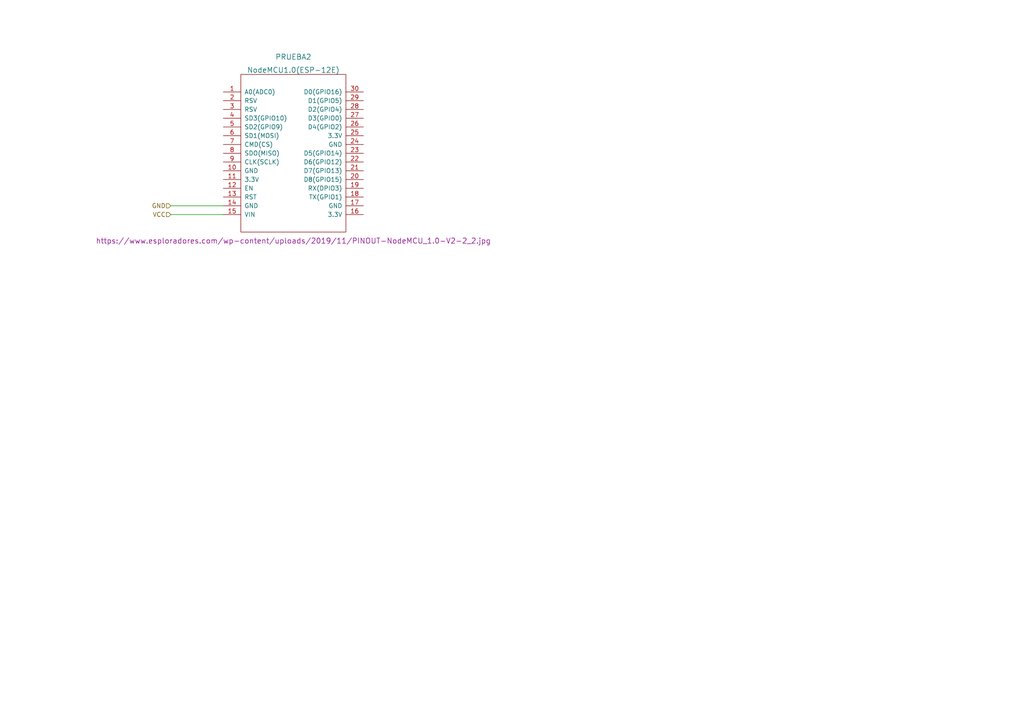
<source format=kicad_sch>
(kicad_sch (version 20211123) (generator eeschema)
  (paper "A4")
  (title_block (title "Testing de esquematicos") (date "2022-11-26") (rev "0.0.1") (company "Proyecto la Caja"))
  (lib_symbols
    (symbol "ESP8266:NodeMCU1.0(ESP-12E)" (pin_names (offset 1.016))
      (property "Reference" "U" (at 0 21.59 0))
      (property "Value" "NodeMCU1.0(ESP-12E)" (at 0 -21.59 0))
      (symbol "NodeMCU1.0(ESP-12E)_0_1"
        (rectangle (start -15.24 -22.86) (end 15.24 22.86))
      )
      (symbol "NodeMCU1.0(ESP-12E)_1_1"
        (pin input line (at -20.32 17.78 0) (length 5.08) (name "A0(ADC0)") (number "1"))
        (pin input line (at -20.32 -5.08 0) (length 5.08) (name "GND") (number "10"))
        (pin input line (at -20.32 -7.62 0) (length 5.08) (name "3.3V") (number "11"))
        (pin input line (at -20.32 -10.16 0) (length 5.08) (name "EN") (number "12"))
        (pin input line (at -20.32 -12.7 0) (length 5.08) (name "RST") (number "13"))
        (pin input line (at -20.32 -15.24 0) (length 5.08) (name "GND") (number "14"))
        (pin input line (at -20.32 -17.78 0) (length 5.08) (name "VIN") (number "15"))
        (pin input line (at 20.32 -17.78 180) (length 5.08) (name "3.3V") (number "16"))
        (pin input line (at 20.32 -15.24 180) (length 5.08) (name "GND") (number "17"))
        (pin input line (at 20.32 -12.7 180) (length 5.08) (name "TX(GPIO1)") (number "18"))
        (pin input line (at 20.32 -10.16 180) (length 5.08) (name "RX(DPIO3)") (number "19"))
        (pin input line (at -20.32 15.24 0) (length 5.08) (name "RSV") (number "2"))
        (pin input line (at 20.32 -7.62 180) (length 5.08) (name "D8(GPIO15)") (number "20"))
        (pin input line (at 20.32 -5.08 180) (length 5.08) (name "D7(GPIO13)") (number "21"))
        (pin input line (at 20.32 -2.54 180) (length 5.08) (name "D6(GPIO12)") (number "22"))
        (pin input line (at 20.32 0 180) (length 5.08) (name "D5(GPIO14)") (number "23"))
        (pin input line (at 20.32 2.54 180) (length 5.08) (name "GND") (number "24"))
        (pin input line (at 20.32 5.08 180) (length 5.08) (name "3.3V") (number "25"))
        (pin input line (at 20.32 7.62 180) (length 5.08) (name "D4(GPIO2)") (number "26"))
        (pin input line (at 20.32 10.16 180) (length 5.08) (name "D3(GPIO0)") (number "27"))
        (pin input line (at 20.32 12.7 180) (length 5.08) (name "D2(GPIO4)") (number "28"))
        (pin input line (at 20.32 15.24 180) (length 5.08) (name "D1(GPIO5)") (number "29"))
        (pin input line (at -20.32 12.7 0) (length 5.08) (name "RSV") (number "3"))
        (pin input line (at 20.32 17.78 180) (length 5.08) (name "D0(GPIO16)") (number "30"))
        (pin input line (at -20.32 10.16 0) (length 5.08) (name "SD3(GPIO10)") (number "4"))
        (pin input line (at -20.32 7.62 0) (length 5.08) (name "SD2(GPIO9)") (number "5"))
        (pin input line (at -20.32 5.08 0) (length 5.08) (name "SD1(MOSI)") (number "6"))
        (pin input line (at -20.32 2.54 0) (length 5.08) (name "CMD(CS)") (number "7"))
        (pin input line (at -20.32 0 0) (length 5.08) (name "SDO(MISO)") (number "8"))
        (pin input line (at -20.32 -2.54 0) (length 5.08) (name "CLK(SCLK)") (number "9"))
      )
    )
  )
  (wire (pts (xy 49.53 62.23) (xy 64.77 62.23)))
  (wire (pts (xy 49.53 59.69) (xy 64.77 59.69)))
  (hierarchical_label "GND" (shape input) (at 49.53 59.69 180))
  (hierarchical_label "VCC" (shape input) (at 49.53 62.23 180))
  (symbol (lib_id "ESP8266:NodeMCU1.0(ESP-12E)") (at 85.09 44.45 0) (unit 1)
    (property "Reference" "PRUEBA2" (at 85.09 16.51 0) (effects (font (size 1.524 1.524))))
    (property "Value" "NodeMCU1.0(ESP-12E)" (at 85.09 20.32 0) (effects (font (size 1.524 1.524))))
    (property "Datasheet" "https://www.esploradores.com/wp-content/uploads/2019/11/PINOUT-NodeMCU_1.0-V2-2_2.jpg" (at 85.09 69.85 0) (effects (font (size 1.524 1.524))))
    (property "Precio" "10€" (effects hide))
  )
)
</source>
